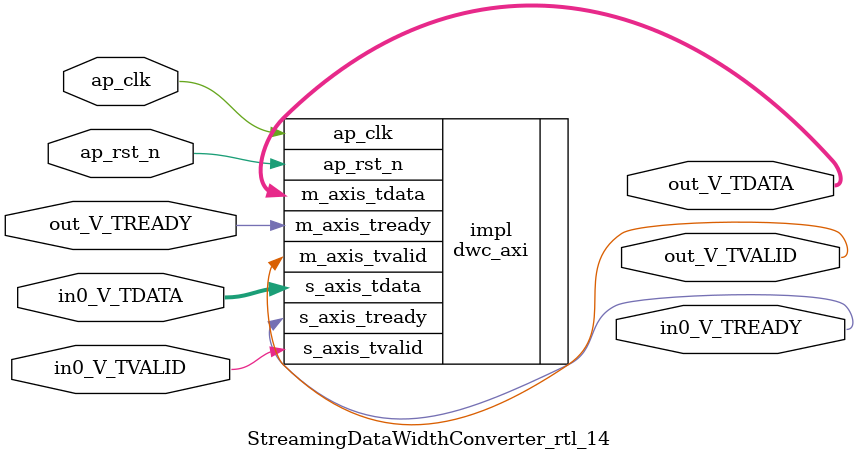
<source format=v>
/******************************************************************************
 * Copyright (C) 2023, Advanced Micro Devices, Inc.
 * All rights reserved.
 *
 * Redistribution and use in source and binary forms, with or without
 * modification, are permitted provided that the following conditions are met:
 *
 *  1. Redistributions of source code must retain the above copyright notice,
 *     this list of conditions and the following disclaimer.
 *
 *  2. Redistributions in binary form must reproduce the above copyright
 *     notice, this list of conditions and the following disclaimer in the
 *     documentation and/or other materials provided with the distribution.
 *
 *  3. Neither the name of the copyright holder nor the names of its
 *     contributors may be used to endorse or promote products derived from
 *     this software without specific prior written permission.
 *
 * THIS SOFTWARE IS PROVIDED BY THE COPYRIGHT HOLDERS AND CONTRIBUTORS "AS IS"
 * AND ANY EXPRESS OR IMPLIED WARRANTIES, INCLUDING, BUT NOT LIMITED TO,
 * THE IMPLIED WARRANTIES OF MERCHANTABILITY AND FITNESS FOR A PARTICULAR
 * PURPOSE ARE DISCLAIMED. IN NO EVENT SHALL THE COPYRIGHT HOLDER OR
 * CONTRIBUTORS BE LIABLE FOR ANY DIRECT, INDIRECT, INCIDENTAL, SPECIAL,
 * EXEMPLARY, OR CONSEQUENTIAL DAMAGES (INCLUDING, BUT NOT LIMITED TO,
 * PROCUREMENT OF SUBSTITUTE GOODS OR SERVICES; LOSS OF USE, DATA, OR PROFITS;
 * OR BUSINESS INTERRUPTION). HOWEVER CAUSED AND ON ANY THEORY OF LIABILITY,
 * WHETHER IN CONTRACT, STRICT LIABILITY, OR TORT (INCLUDING NEGLIGENCE OR
 * OTHERWISE) ARISING IN ANY WAY OUT OF THE USE OF THIS SOFTWARE, EVEN IF
 * ADVISED OF THE POSSIBILITY OF SUCH DAMAGE.
 *****************************************************************************/

module StreamingDataWidthConverter_rtl_14 #(
	parameter  IBITS = 168,
	parameter  OBITS = 3,

	parameter  AXI_IBITS = (IBITS+7)/8 * 8,
	parameter  AXI_OBITS = (OBITS+7)/8 * 8
)(
	//- Global Control ------------------
	(* X_INTERFACE_INFO = "xilinx.com:signal:clock:1.0 ap_clk CLK" *)
	(* X_INTERFACE_PARAMETER = "ASSOCIATED_BUSIF in0_V:out_V, ASSOCIATED_RESET ap_rst_n" *)
	input	ap_clk,
	(* X_INTERFACE_PARAMETER = "POLARITY ACTIVE_LOW" *)
	input	ap_rst_n,

	//- AXI Stream - Input --------------
	output	in0_V_TREADY,
	input	in0_V_TVALID,
	input	[AXI_IBITS-1:0]  in0_V_TDATA,

	//- AXI Stream - Output -------------
	input	out_V_TREADY,
	output	out_V_TVALID,
	output	[AXI_OBITS-1:0]  out_V_TDATA
);

	dwc_axi #(
		.IBITS(IBITS),
		.OBITS(OBITS)
	) impl (
		.ap_clk(ap_clk),
		.ap_rst_n(ap_rst_n),
		.s_axis_tready(in0_V_TREADY),
		.s_axis_tvalid(in0_V_TVALID),
		.s_axis_tdata(in0_V_TDATA),
		.m_axis_tready(out_V_TREADY),
		.m_axis_tvalid(out_V_TVALID),
		.m_axis_tdata(out_V_TDATA)
	);

endmodule

</source>
